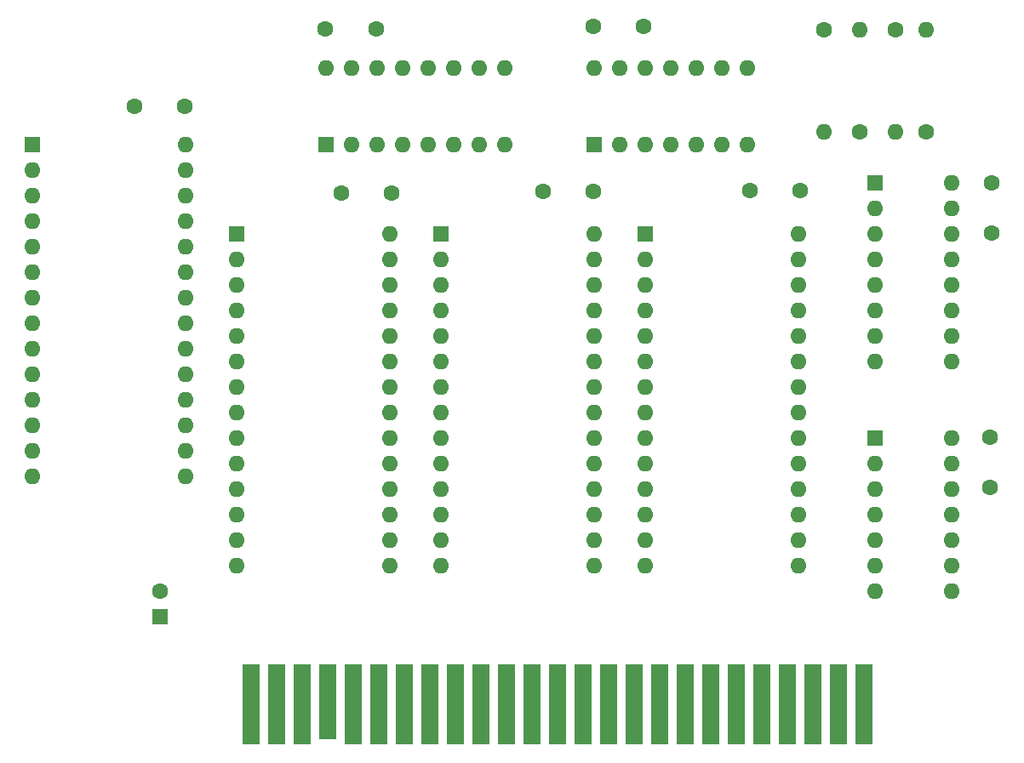
<source format=gbr>
%TF.GenerationSoftware,KiCad,Pcbnew,(7.0.0)*%
%TF.CreationDate,2023-02-27T14:18:29+09:00*%
%TF.ProjectId,ykp74,796b7037-342e-46b6-9963-61645f706362,rev?*%
%TF.SameCoordinates,Original*%
%TF.FileFunction,Soldermask,Top*%
%TF.FilePolarity,Negative*%
%FSLAX46Y46*%
G04 Gerber Fmt 4.6, Leading zero omitted, Abs format (unit mm)*
G04 Created by KiCad (PCBNEW (7.0.0)) date 2023-02-27 14:18:29*
%MOMM*%
%LPD*%
G01*
G04 APERTURE LIST*
%ADD10R,1.600000X1.600000*%
%ADD11O,1.600000X1.600000*%
%ADD12C,1.600000*%
%ADD13R,1.700000X8.000000*%
%ADD14R,1.700000X7.500000*%
G04 APERTURE END LIST*
D10*
%TO.C,U3*%
X139395193Y-91439999D03*
D11*
X139395193Y-93979999D03*
X139395193Y-96519999D03*
X139395193Y-99059999D03*
X139395193Y-101599999D03*
X139395193Y-104139999D03*
X139395193Y-106679999D03*
X139395193Y-109219999D03*
X139395193Y-111759999D03*
X139395193Y-114299999D03*
X139395193Y-116839999D03*
X139395193Y-119379999D03*
X139395193Y-121919999D03*
X139395193Y-124459999D03*
X154635193Y-124459999D03*
X154635193Y-121919999D03*
X154635193Y-119379999D03*
X154635193Y-116839999D03*
X154635193Y-114299999D03*
X154635193Y-111759999D03*
X154635193Y-109219999D03*
X154635193Y-106679999D03*
X154635193Y-104139999D03*
X154635193Y-101599999D03*
X154635193Y-99059999D03*
X154635193Y-96519999D03*
X154635193Y-93979999D03*
X154635193Y-91439999D03*
%TD*%
D12*
%TO.C,C3*%
X113915194Y-78740000D03*
X108915194Y-78740000D03*
%TD*%
D10*
%TO.C,U8*%
X182575193Y-86359999D03*
D11*
X182575193Y-88899999D03*
X182575193Y-91439999D03*
X182575193Y-93979999D03*
X182575193Y-96519999D03*
X182575193Y-99059999D03*
X182575193Y-101599999D03*
X182575193Y-104139999D03*
X190195193Y-104139999D03*
X190195193Y-101599999D03*
X190195193Y-99059999D03*
X190195193Y-96519999D03*
X190195193Y-93979999D03*
X190195193Y-91439999D03*
X190195193Y-88899999D03*
X190195193Y-86359999D03*
%TD*%
D12*
%TO.C,C7*%
X194026986Y-111672831D03*
X194026986Y-116672831D03*
%TD*%
D10*
%TO.C,U1*%
X98750193Y-82534999D03*
D11*
X98750193Y-85074999D03*
X98750193Y-87614999D03*
X98750193Y-90154999D03*
X98750193Y-92694999D03*
X98750193Y-95234999D03*
X98750193Y-97774999D03*
X98750193Y-100314999D03*
X98750193Y-102854999D03*
X98750193Y-105394999D03*
X98750193Y-107934999D03*
X98750193Y-110474999D03*
X98750193Y-113014999D03*
X98750193Y-115554999D03*
X113990193Y-115554999D03*
X113990193Y-113014999D03*
X113990193Y-110474999D03*
X113990193Y-107934999D03*
X113990193Y-105394999D03*
X113990193Y-102854999D03*
X113990193Y-100314999D03*
X113990193Y-97774999D03*
X113990193Y-95234999D03*
X113990193Y-92694999D03*
X113990193Y-90154999D03*
X113990193Y-87614999D03*
X113990193Y-85074999D03*
X113990193Y-82534999D03*
%TD*%
D13*
%TO.C,CE1*%
X181485033Y-138267439D03*
X178945033Y-138267439D03*
X176405033Y-138267439D03*
X173865033Y-138267439D03*
X171325033Y-138267439D03*
X168785033Y-138267439D03*
X166245033Y-138267439D03*
X163705033Y-138267439D03*
X161165033Y-138267439D03*
X158625033Y-138267439D03*
X156085033Y-138267439D03*
X153545033Y-138267439D03*
X151005033Y-138267439D03*
X148465033Y-138267439D03*
X145925033Y-138267439D03*
X143385033Y-138267439D03*
X140845033Y-138267439D03*
X138305033Y-138267439D03*
X135765033Y-138267439D03*
X133225033Y-138267439D03*
X130685033Y-138267439D03*
D14*
X128145193Y-138017999D03*
D13*
X125605033Y-138267439D03*
X123065033Y-138267439D03*
X120525033Y-138267439D03*
%TD*%
D12*
%TO.C,R2*%
X181065194Y-81280000D03*
D11*
X181065193Y-71119999D03*
%TD*%
D12*
%TO.C,R4*%
X187655194Y-81280000D03*
D11*
X187655193Y-71119999D03*
%TD*%
D10*
%TO.C,U5*%
X127955193Y-82539999D03*
D11*
X130495193Y-82539999D03*
X133035193Y-82539999D03*
X135575193Y-82539999D03*
X138115193Y-82539999D03*
X140655193Y-82539999D03*
X143195193Y-82539999D03*
X145735193Y-82539999D03*
X145735193Y-74919999D03*
X143195193Y-74919999D03*
X140655193Y-74919999D03*
X138115193Y-74919999D03*
X135575193Y-74919999D03*
X133035193Y-74919999D03*
X130495193Y-74919999D03*
X127955193Y-74919999D03*
%TD*%
D12*
%TO.C,C6*%
X194156649Y-86339018D03*
X194156649Y-91339018D03*
%TD*%
%TO.C,C9*%
X127907380Y-71018215D03*
X132907380Y-71018215D03*
%TD*%
D10*
%TO.C,U7*%
X154630193Y-82539999D03*
D11*
X157170193Y-82539999D03*
X159710193Y-82539999D03*
X162250193Y-82539999D03*
X164790193Y-82539999D03*
X167330193Y-82539999D03*
X169870193Y-82539999D03*
X169870193Y-74919999D03*
X167330193Y-74919999D03*
X164790193Y-74919999D03*
X162250193Y-74919999D03*
X159710193Y-74919999D03*
X157170193Y-74919999D03*
X154630193Y-74919999D03*
%TD*%
D12*
%TO.C,C8*%
X154530074Y-70743370D03*
X159530074Y-70743370D03*
%TD*%
D10*
%TO.C,U6*%
X182575193Y-111759999D03*
D11*
X182575193Y-114299999D03*
X182575193Y-116839999D03*
X182575193Y-119379999D03*
X182575193Y-121919999D03*
X182575193Y-124459999D03*
X182575193Y-126999999D03*
X190195193Y-126999999D03*
X190195193Y-124459999D03*
X190195193Y-121919999D03*
X190195193Y-119379999D03*
X190195193Y-116839999D03*
X190195193Y-114299999D03*
X190195193Y-111759999D03*
%TD*%
D10*
%TO.C,U4*%
X159715193Y-91439999D03*
D11*
X159715193Y-93979999D03*
X159715193Y-96519999D03*
X159715193Y-99059999D03*
X159715193Y-101599999D03*
X159715193Y-104139999D03*
X159715193Y-106679999D03*
X159715193Y-109219999D03*
X159715193Y-111759999D03*
X159715193Y-114299999D03*
X159715193Y-116839999D03*
X159715193Y-119379999D03*
X159715193Y-121919999D03*
X159715193Y-124459999D03*
X174955193Y-124459999D03*
X174955193Y-121919999D03*
X174955193Y-119379999D03*
X174955193Y-116839999D03*
X174955193Y-114299999D03*
X174955193Y-111759999D03*
X174955193Y-109219999D03*
X174955193Y-106679999D03*
X174955193Y-104139999D03*
X174955193Y-101599999D03*
X174955193Y-99059999D03*
X174955193Y-96519999D03*
X174955193Y-93979999D03*
X174955193Y-91439999D03*
%TD*%
D10*
%TO.C,C5*%
X111455193Y-129499999D03*
D12*
X111455194Y-127000000D03*
%TD*%
%TO.C,C1*%
X154551531Y-87153390D03*
X149551531Y-87153390D03*
%TD*%
%TO.C,R1*%
X177495194Y-71120000D03*
D11*
X177495193Y-81279999D03*
%TD*%
D10*
%TO.C,U2*%
X119070193Y-91439999D03*
D11*
X119070193Y-93979999D03*
X119070193Y-96519999D03*
X119070193Y-99059999D03*
X119070193Y-101599999D03*
X119070193Y-104139999D03*
X119070193Y-106679999D03*
X119070193Y-109219999D03*
X119070193Y-111759999D03*
X119070193Y-114299999D03*
X119070193Y-116839999D03*
X119070193Y-119379999D03*
X119070193Y-121919999D03*
X119070193Y-124459999D03*
X134310193Y-124459999D03*
X134310193Y-121919999D03*
X134310193Y-119379999D03*
X134310193Y-116839999D03*
X134310193Y-114299999D03*
X134310193Y-111759999D03*
X134310193Y-109219999D03*
X134310193Y-106679999D03*
X134310193Y-104139999D03*
X134310193Y-101599999D03*
X134310193Y-99059999D03*
X134310193Y-96519999D03*
X134310193Y-93979999D03*
X134310193Y-91439999D03*
%TD*%
D12*
%TO.C,C4*%
X134436114Y-87374129D03*
X129436114Y-87374129D03*
%TD*%
%TO.C,C2*%
X175113891Y-87073998D03*
X170113891Y-87073998D03*
%TD*%
%TO.C,R3*%
X184552915Y-71135662D03*
D11*
X184552914Y-81295661D03*
%TD*%
M02*

</source>
